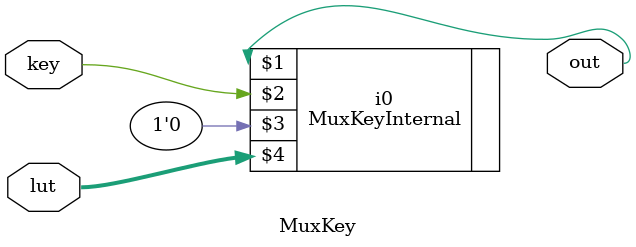
<source format=sv>
module MuxKey #(
    NR_KEY   = 2,
    KEY_LEN  = 1,
    DATA_LEN = 1
) (
    output [DATA_LEN-1:0] out,
    input [KEY_LEN-1:0] key,
    input [NR_KEY*(KEY_LEN + DATA_LEN)-1:0] lut
);
  MuxKeyInternal #(NR_KEY, KEY_LEN, DATA_LEN, 0) i0 (
      out,
      key,
      {DATA_LEN{1'b0}},
      lut
  );
endmodule

// 带默认值的选择器模板

</source>
